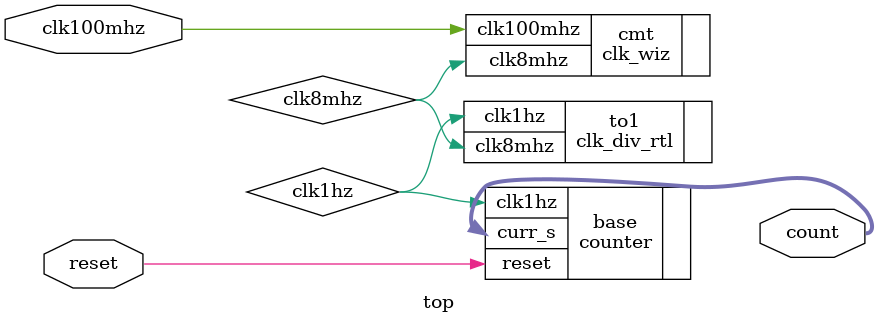
<source format=v>
`timescale 1ns / 1ps

 module top(
    input clk100mhz,
    input reset,
    output [3:0] count
    );
    
    wire clk8mhz;
    clk_wiz cmt(.clk8mhz(clk8mhz),.clk100mhz(clk100mhz));     
    wire clk1hz;
    clk_div_rtl to1(.clk8mhz(clk8mhz),.clk1hz(clk1hz));
    counter base(.clk1hz(clk1hz), .reset(reset),.curr_s(count));

endmodule

</source>
